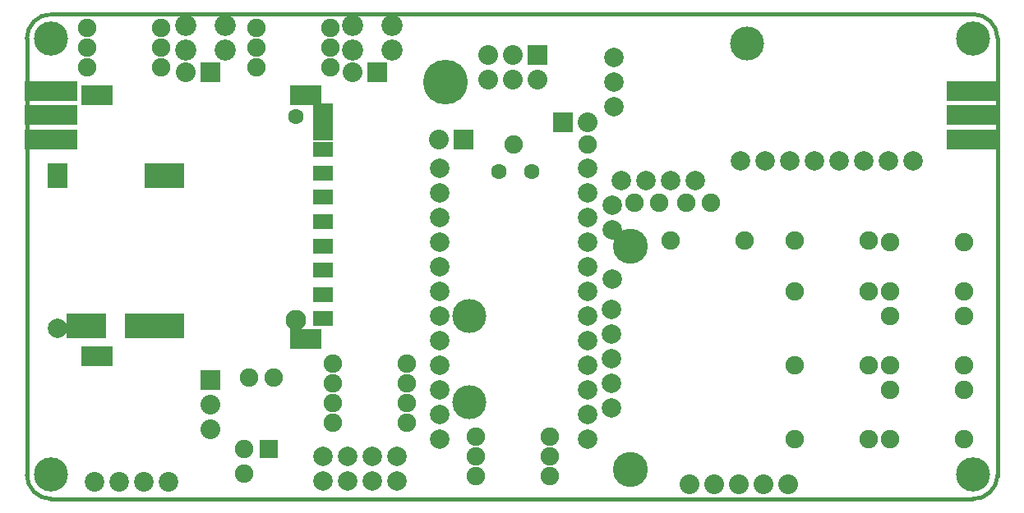
<source format=gts>
G04 (created by PCBNEW (2013-jul-07)-stable) date So 23 Nov 2014 23:25:05 CET*
%MOIN*%
G04 Gerber Fmt 3.4, Leading zero omitted, Abs format*
%FSLAX34Y34*%
G01*
G70*
G90*
G04 APERTURE LIST*
%ADD10C,0.00590551*%
%ADD11C,0.015*%
%ADD12C,0.0790551*%
%ADD13C,0.13811*%
%ADD14R,0.1302X0.0791*%
%ADD15R,0.0791X0.0476*%
%ADD16R,0.0791X0.0594*%
%ADD17C,0.0633*%
%ADD18C,0.083*%
%ADD19C,0.0791*%
%ADD20R,0.075X0.075*%
%ADD21C,0.075*%
%ADD22C,0.08*%
%ADD23C,0.142047*%
%ADD24C,0.0798425*%
%ADD25C,0.086*%
%ADD26C,0.138504*%
%ADD27R,0.0790551X0.0987402*%
%ADD28R,0.08X0.08*%
%ADD29C,0.0633071*%
%ADD30R,0.21685X0.0790551*%
%ADD31C,0.181417*%
G04 APERTURE END LIST*
G54D10*
G54D11*
X10000Y-28700D02*
X10000Y-10984D01*
X48346Y-29685D02*
X10984Y-29685D01*
X49370Y-10984D02*
X49370Y-28740D01*
X10984Y-10000D02*
X48385Y-10000D01*
X48346Y-29685D02*
G75*
G03X49370Y-28740I39J984D01*
G74*
G01*
X49370Y-10984D02*
G75*
G03X48385Y-10000I-984J0D01*
G74*
G01*
X10984Y-10000D02*
G75*
G03X10000Y-10984I0J-984D01*
G74*
G01*
X10000Y-28700D02*
G75*
G03X10984Y-29685I984J0D01*
G74*
G01*
G54D12*
X33700Y-26000D03*
X33700Y-25000D03*
X33700Y-24000D03*
X33700Y-23000D03*
X33700Y-22000D03*
G54D13*
X27950Y-22250D03*
X27950Y-25750D03*
G54D14*
X21316Y-23177D03*
X21316Y-13295D03*
X12851Y-13295D03*
X12851Y-23886D03*
G54D15*
X22024Y-13846D03*
X22024Y-14319D03*
G54D16*
X22024Y-14831D03*
X22024Y-15500D03*
X22024Y-16455D03*
X22024Y-17439D03*
X22024Y-18423D03*
X22024Y-19407D03*
X22024Y-20392D03*
X22024Y-21376D03*
X22024Y-22360D03*
G54D17*
X20922Y-14142D03*
G54D18*
X20922Y-22409D03*
G54D19*
X32750Y-27250D03*
X32750Y-26250D03*
X32750Y-25250D03*
X32750Y-24250D03*
X32750Y-23250D03*
X32750Y-22250D03*
X32750Y-21250D03*
X32750Y-20250D03*
X32750Y-19250D03*
X32750Y-18250D03*
X32750Y-17250D03*
X32750Y-16250D03*
X26750Y-16250D03*
X26750Y-17250D03*
X26750Y-18250D03*
X26750Y-19250D03*
X26750Y-20250D03*
X26750Y-21250D03*
X26750Y-22250D03*
X26750Y-23250D03*
X26750Y-24250D03*
X26750Y-25250D03*
X26750Y-26250D03*
X26750Y-27250D03*
X22000Y-28950D03*
X22000Y-27950D03*
X23000Y-28950D03*
X23000Y-27950D03*
X24000Y-28950D03*
X24000Y-27950D03*
X25000Y-28950D03*
X25000Y-27950D03*
G54D20*
X19800Y-27650D03*
G54D21*
X18800Y-27650D03*
X18800Y-28650D03*
G54D22*
X36893Y-29099D03*
X37893Y-29099D03*
X38893Y-29099D03*
X39893Y-29099D03*
X40893Y-29099D03*
G54D23*
X34472Y-19422D03*
X34472Y-28477D03*
G54D19*
X34100Y-16750D03*
X35100Y-16750D03*
X36100Y-16750D03*
X37100Y-16750D03*
X38950Y-15950D03*
X39950Y-15950D03*
X40950Y-15950D03*
X41950Y-15950D03*
X42950Y-15950D03*
X43950Y-15950D03*
X44950Y-15950D03*
X45950Y-15950D03*
G54D13*
X39200Y-11200D03*
G54D24*
X15750Y-29000D03*
X14750Y-29000D03*
X13750Y-29000D03*
X12750Y-29000D03*
G54D21*
X48000Y-22250D03*
X48000Y-24250D03*
X45000Y-22250D03*
X45000Y-24250D03*
X48000Y-25250D03*
X48000Y-27250D03*
X45000Y-25250D03*
X45000Y-27250D03*
X48000Y-19250D03*
X48000Y-21250D03*
X45000Y-19250D03*
X45000Y-21250D03*
G54D25*
X24800Y-10450D03*
X24800Y-11450D03*
X18050Y-10450D03*
X18050Y-11450D03*
X23200Y-10450D03*
X23200Y-11450D03*
X16450Y-10450D03*
X16450Y-11450D03*
G54D21*
X34650Y-17650D03*
X35650Y-17650D03*
X20000Y-24750D03*
X19000Y-24750D03*
X36750Y-17650D03*
X37750Y-17650D03*
G54D19*
X33743Y-17750D03*
X33743Y-18750D03*
X33743Y-20750D03*
G54D26*
X10984Y-10984D03*
X10984Y-28700D03*
X48385Y-10984D03*
X48385Y-28700D03*
G54D27*
X15962Y-16548D03*
X15174Y-16548D03*
X11237Y-16548D03*
X15962Y-22651D03*
X15174Y-22651D03*
X14387Y-22651D03*
X12812Y-22651D03*
X12025Y-22651D03*
G54D12*
X11237Y-22749D03*
G54D21*
X22400Y-25000D03*
X25400Y-25000D03*
X25400Y-24200D03*
X22400Y-24200D03*
X25400Y-26600D03*
X22400Y-26600D03*
X25400Y-25800D03*
X22400Y-25800D03*
X28200Y-28750D03*
X31200Y-28750D03*
X28200Y-27150D03*
X31200Y-27150D03*
X28200Y-27950D03*
X31200Y-27950D03*
X41150Y-19200D03*
X44150Y-19200D03*
X44150Y-27250D03*
X41150Y-27250D03*
X44150Y-21250D03*
X41150Y-21250D03*
X44150Y-24250D03*
X41150Y-24250D03*
X19300Y-10550D03*
X22300Y-10550D03*
X19300Y-11350D03*
X22300Y-11350D03*
X19300Y-12150D03*
X22300Y-12150D03*
X36100Y-19200D03*
X39100Y-19200D03*
X12450Y-10550D03*
X15450Y-10550D03*
X12450Y-11350D03*
X15450Y-11350D03*
X12450Y-12150D03*
X15450Y-12150D03*
X29750Y-15300D03*
X32750Y-15300D03*
G54D28*
X24200Y-12350D03*
G54D22*
X23200Y-12350D03*
G54D28*
X17450Y-12350D03*
G54D22*
X16450Y-12350D03*
G54D28*
X31750Y-14400D03*
G54D22*
X32750Y-14400D03*
G54D29*
X30469Y-16400D03*
X29130Y-16400D03*
G54D28*
X17450Y-24850D03*
G54D22*
X17450Y-25850D03*
X17450Y-26850D03*
G54D30*
X48385Y-15078D03*
X48385Y-14094D03*
X48385Y-13110D03*
X10984Y-13110D03*
X10984Y-14094D03*
X10984Y-15078D03*
G54D31*
X26988Y-12750D03*
G54D19*
X33800Y-12750D03*
X33800Y-11750D03*
X33800Y-13750D03*
G54D28*
X27700Y-15100D03*
G54D22*
X26700Y-15100D03*
G54D28*
X30700Y-11650D03*
G54D22*
X30700Y-12650D03*
X29700Y-11650D03*
X29700Y-12650D03*
X28700Y-11650D03*
X28700Y-12650D03*
M02*

</source>
